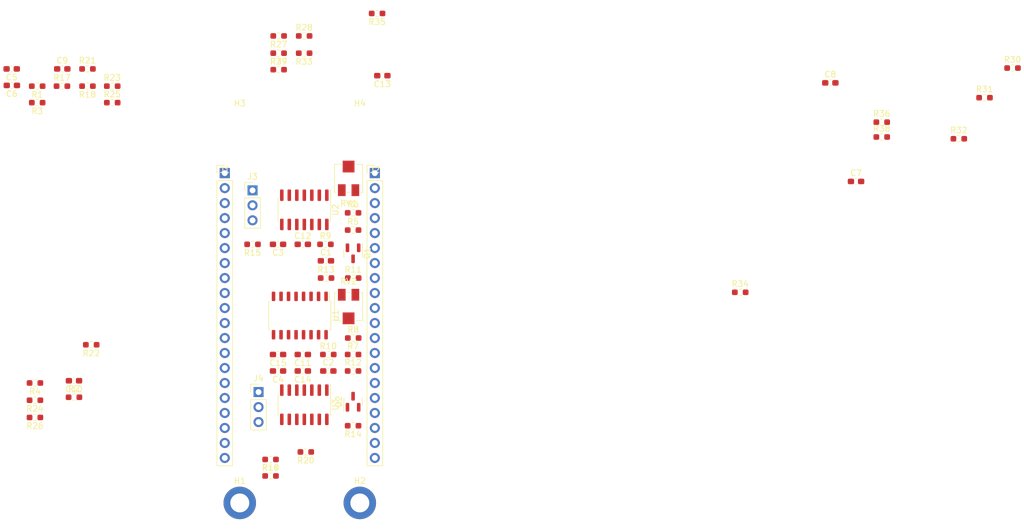
<source format=kicad_pcb>
(kicad_pcb (version 20211014) (generator pcbnew)
  (layers (0 "F.Cu" signal) (1 "In1.Cu" signal) (2 "In2.Cu" signal) (31 "B.Cu" signal) (34 "B.Paste" user) (35 "F.Paste" user) (36 "B.SilkS" user "B.Silkscreen") (37 "F.SilkS" user "F.Silkscreen") (38 "B.Mask" user) (39 "F.Mask" user) (44 "Edge.Cuts" user))
  (net 0 "")
  (net 1 "Net-(C1-Pad1)")
  (net 2 "Net-(C1-Pad2)")
  (net 3 "Net-(C2-Pad1)")
  (net 4 "Net-(C2-Pad2)")
  (net 5 "/Osc1_Integr_In")
  (net 6 "/Osc1_Integr_Out")
  (net 7 "/Osc2_Integr_In")
  (net 8 "/Osc2_Integr_Out")
  (net 9 "Net-(C5-Pad2)")
  (net 10 "Net-(C6-Pad2)")
  (net 11 "Net-(C7-Pad2)")
  (net 12 "Net-(C8-Pad2)")
  (net 13 "/+4.5V")
  (net 14 "/GND")
  (net 15 "/+9V")
  (net 16 "/Osc1_CV_Freq")
  (net 17 "/Osc1_CV_PWM")
  (net 18 "/Osc1_Tri_Out")
  (net 19 "/Osc1_Sq_Out")
  (net 20 "/Osc1_PWM_Out")
  (net 21 "/Osc2_CV_Freq")
  (net 22 "/Osc2_CV_PWM")
  (net 23 "/Osc2_Tri_Out")
  (net 24 "/Osc2_Sq_Out")
  (net 25 "/Osc2_PWM_Out")
  (net 26 "Net-(Q1-Pad1)")
  (net 27 "Net-(Q1-Pad3)")
  (net 28 "Net-(Q2-Pad1)")
  (net 29 "Net-(Q2-Pad3)")
  (net 30 "Net-(R1-Pad1)")
  (net 31 "/Osc1_FB")
  (net 32 "Net-(R2-Pad1)")
  (net 33 "/Osc2_FB")
  (net 34 "Net-(R6-Pad1)")
  (net 35 "Net-(R8-Pad1)")
  (net 36 "/Osc1_Iabc")
  (net 37 "/Osc2_Iabc")
  (net 38 "Net-(R17-Pad2)")
  (net 39 "Net-(R18-Pad2)")
  (net 40 "Net-(R19-Pad2)")
  (net 41 "Net-(R20-Pad2)")
  (net 42 "Net-(R27-Pad1)")
  (net 43 "Net-(R29-Pad2)")
  (net 44 "Net-(R30-Pad1)")
  (net 45 "Net-(R32-Pad2)")
  (net 46 "Net-(R35-Pad1)")
  (net 47 "Net-(R36-Pad1)")
  (footprint "Resistor_SMD:R_0603_1608Metric_Pad0.98x0.95mm_HandSolder" (layer "F.Cu") (at 108.077 116.459 180)
    (fp_text reference "R14" (at 0 -1.43) (layer "F.SilkS"))
    (fp_text value "680")
    (pad "1" smd roundrect (at -0.9125 0 180) (size 0.975 0.95) (layers "F.Cu" "F.Paste" "F.Mask") (net 4 "Net-(C2-Pad2)"))
    (pad "2" smd roundrect (at 0.9125 0 180) (size 0.975 0.95) (layers "F.Cu" "F.Paste" "F.Mask") (net 13 "/+4.5V"))
  )
  (footprint "Package_SO:SOIC-14_3.9x8.7mm_P1.27mm" (layer "F.Cu") (at 99.822 79.883 -90)
    (fp_text reference "U2" (at 0 -5.28 90) (layer "F.SilkS"))
    (fp_text value "TL074")
    (pad "1" smd roundrect (at -2.475 -3.81 270) (size 1.95 0.6) (layers "F.Cu" "F.Paste" "F.Mask") (net 46 "Net-(R35-Pad1)"))
    (pad "2" smd roundrect (at -2.475 -2.54 270) (size 1.95 0.6) (layers "F.Cu" "F.Paste" "F.Mask") (net 42 "Net-(R27-Pad1)"))
    (pad "3" smd roundrect (at -2.475 -1.27 270) (size 1.95 0.6) (layers "F.Cu" "F.Paste" "F.Mask") (net 43 "Net-(R29-Pad2)"))
    (pad "4" smd roundrect (at -2.475 0 270) (size 1.95 0.6) (layers "F.Cu" "F.Paste" "F.Mask") (net 15 "/+9V"))
    (pad "5" smd roundrect (at -2.475 1.27 270) (size 1.95 0.6) (layers "F.Cu" "F.Paste" "F.Mask") (net 39 "Net-(R18-Pad2)"))
    (pad "6" smd roundrect (at -2.475 2.54 270) (size 1.95 0.6) (layers "F.Cu" "F.Paste" "F.Mask") (net 38 "Net-(R17-Pad2)"))
    (pad "7" smd roundrect (at -2.475 3.81 270) (size 1.95 0.6) (layers "F.Cu" "F.Paste" "F.Mask") (net 31 "/Osc1_FB"))
    (pad "8" smd roundrect (at 2.475 3.81 270) (size 1.95 0.6) (layers "F.Cu" "F.Paste" "F.Mask") (net 6 "/Osc1_Integr_Out"))
    (pad "9" smd roundrect (at 2.475 2.54 270) (size 1.95 0.6) (layers "F.Cu" "F.Paste" "F.Mask") (net 5 "/Osc1_Integr_In"))
    (pad "10" smd roundrect (at 2.475 1.27 270) (size 1.95 0.6) (layers "F.Cu" "F.Paste" "F.Mask") (net 13 "/+4.5V"))
    (pad "11" smd roundrect (at 2.475 0 270) (size 1.95 0.6) (layers "F.Cu" "F.Paste" "F.Mask") (net 14 "/GND"))
    (pad "12" smd roundrect (at 2.475 -1.27 270) (size 1.95 0.6) (layers "F.Cu" "F.Paste" "F.Mask") (net 13 "/+4.5V"))
    (pad "13" smd roundrect (at 2.475 -2.54 270) (size 1.95 0.6) (layers "F.Cu" "F.Paste" "F.Mask") (net 1 "Net-(C1-Pad1)"))
    (pad "14" smd roundrect (at 2.475 -3.81 270) (size 1.95 0.6) (layers "F.Cu" "F.Paste" "F.Mask") (net 26 "Net-(Q1-Pad1)"))
  )
  (footprint "Capacitor_SMD:C_0603_1608Metric_Pad1.08x0.95mm_HandSolder" (layer "F.Cu") (at 95.377 85.725 180)
    (fp_text reference "C3" (at 0 -1.43) (layer "F.SilkS"))
    (fp_text value "22n")
    (pad "1" smd roundrect (at -0.8625 0 180) (size 1.075 0.95) (layers "F.Cu" "F.Paste" "F.Mask") (net 5 "/Osc1_Integr_In"))
    (pad "2" smd roundrect (at 0.8625 0 180) (size 1.075 0.95) (layers "F.Cu" "F.Paste" "F.Mask") (net 6 "/Osc1_Integr_Out"))
  )
  (footprint "Resistor_SMD:R_0603_1608Metric_Pad0.98x0.95mm_HandSolder" (layer "F.Cu") (at 95.4775 53.34 180)
    (fp_text reference "R37" (at 0 -1.43) (layer "F.SilkS"))
    (fp_text value "8.2k")
    (pad "1" smd roundrect (at -0.9125 0 180) (size 0.975 0.95) (layers "F.Cu" "F.Paste" "F.Mask") (net 13 "/+4.5V"))
    (pad "2" smd roundrect (at 0.9125 0 180) (size 0.975 0.95) (layers "F.Cu" "F.Paste" "F.Mask") (net 20 "/Osc1_PWM_Out"))
  )
  (footprint "Resistor_SMD:R_0603_1608Metric_Pad0.98x0.95mm_HandSolder" (layer "F.Cu") (at 58.801 58.928)
    (fp_text reference "R17" (at 0 -1.43) (layer "F.SilkS"))
    (fp_text value "100k")
    (pad "1" smd roundrect (at -0.9125 0) (size 0.975 0.95) (layers "F.Cu" "F.Paste" "F.Mask") (net 6 "/Osc1_Integr_Out"))
    (pad "2" smd roundrect (at 0.9125 0) (size 0.975 0.95) (layers "F.Cu" "F.Paste" "F.Mask") (net 38 "Net-(R17-Pad2)"))
  )
  (footprint "Capacitor_SMD:C_0603_1608Metric_Pad1.08x0.95mm_HandSolder" (layer "F.Cu") (at 99.568 85.725)
    (fp_text reference "C12" (at 0 -1.43) (layer "F.SilkS"))
    (fp_text value "100n")
    (pad "1" smd roundrect (at -0.8625 0) (size 1.075 0.95) (layers "F.Cu" "F.Paste" "F.Mask") (net 13 "/+4.5V"))
    (pad "2" smd roundrect (at 0.8625 0) (size 1.075 0.95) (layers "F.Cu" "F.Paste" "F.Mask") (net 14 "/GND"))
  )
  (footprint "Resistor_SMD:R_0603_1608Metric_Pad0.98x0.95mm_HandSolder" (layer "F.Cu") (at 103.505 91.44)
    (fp_text reference "R13" (at 0 -1.43) (layer "F.SilkS"))
    (fp_text value "680")
    (pad "1" smd roundrect (at -0.9125 0) (size 0.975 0.95) (layers "F.Cu" "F.Paste" "F.Mask") (net 2 "Net-(C1-Pad2)"))
    (pad "2" smd roundrect (at 0.9125 0) (size 0.975 0.95) (layers "F.Cu" "F.Paste" "F.Mask") (net 13 "/+4.5V"))
  )
  (footprint "Resistor_SMD:R_0603_1608Metric_Pad0.98x0.95mm_HandSolder" (layer "F.Cu") (at 63.754 102.743 180)
    (fp_text reference "R22" (at 0 -1.43) (layer "F.SilkS"))
    (fp_text value "100k")
    (pad "1" smd roundrect (at -0.9125 0 180) (size 0.975 0.95) (layers "F.Cu" "F.Paste" "F.Mask") (net 41 "Net-(R20-Pad2)"))
    (pad "2" smd roundrect (at 0.9125 0 180) (size 0.975 0.95) (layers "F.Cu" "F.Paste" "F.Mask") (net 33 "/Osc2_FB"))
  )
  (footprint "Capacitor_SMD:C_0603_1608Metric_Pad1.08x0.95mm_HandSolder" (layer "F.Cu") (at 95.377 107.188 180)
    (fp_text reference "C4" (at 0 -1.43) (layer "F.SilkS"))
    (fp_text value "22n")
    (pad "1" smd roundrect (at -0.8625 0 180) (size 1.075 0.95) (layers "F.Cu" "F.Paste" "F.Mask") (net 7 "/Osc2_Integr_In"))
    (pad "2" smd roundrect (at 0.8625 0 180) (size 1.075 0.95) (layers "F.Cu" "F.Paste" "F.Mask") (net 8 "/Osc2_Integr_Out"))
  )
  (footprint "MountingHole:MountingHole_3.2mm_M3" (layer "F.Cu") (at 88.9 66.04)
    (fp_text reference "H3" (at 0 -4.2) (layer "F.SilkS"))
    (fp_text value "1")
    (pad "" np_thru_hole circle (at 0 0) (size 3.2 3.2) (drill 3.2) (layers *.Cu *.Mask))
  )
  (footprint "MountingHole:MountingHole_3.2mm_M3_ISO14580_Pad" (layer "F.Cu") (at 109.22 129.54)
    (fp_text reference "H2" (at 0 -3.75) (layer "F.SilkS"))
    (fp_text value "GND")
    (pad "1" thru_hole circle (at 0 0) (size 5.5 5.5) (drill 3.2) (layers *.Cu *.Mask) (net 14 "/GND"))
  )
  (footprint "Resistor_SMD:R_0603_1608Metric_Pad0.98x0.95mm_HandSolder" (layer "F.Cu") (at 214.96 60.88)
    (fp_text reference "R31" (at 0 -1.43) (layer "F.SilkS"))
    (fp_text value "100k")
    (pad "1" smd roundrect (at -0.9125 0) (size 0.975 0.95) (layers "F.Cu" "F.Paste" "F.Mask") (net 44 "Net-(R30-Pad1)"))
    (pad "2" smd roundrect (at 0.9125 0) (size 0.975 0.95) (layers "F.Cu" "F.Paste" "F.Mask") (net 13 "/+4.5V"))
  )
  (footprint "Resistor_SMD:R_0603_1608Metric_Pad0.98x0.95mm_HandSolder" (layer "F.Cu") (at 99.7955 53.34 180)
    (fp_text reference "R33" (at 0 -1.43) (layer "F.SilkS"))
    (fp_text value "100k")
    (pad "1" smd roundrect (at -0.9125 0 180) (size 0.975 0.95) (layers "F.Cu" "F.Paste" "F.Mask") (net 13 "/+4.5V"))
    (pad "2" smd roundrect (at 0.9125 0 180) (size 0.975 0.95) (layers "F.Cu" "F.Paste" "F.Mask") (net 43 "Net-(R29-Pad2)"))
  )
  (footprint "Resistor_SMD:R_0603_1608Metric_Pad0.98x0.95mm_HandSolder" (layer "F.Cu") (at 63.119 56.007)
    (fp_text reference "R21" (at 0 -1.43) (layer "F.SilkS"))
    (fp_text value "100k")
    (pad "1" smd roundrect (at -0.9125 0) (size 0.975 0.95) (layers "F.Cu" "F.Paste" "F.Mask") (net 39 "Net-(R18-Pad2)"))
    (pad "2" smd roundrect (at 0.9125 0) (size 0.975 0.95) (layers "F.Cu" "F.Paste" "F.Mask") (net 31 "/Osc1_FB"))
  )
  (footprint "Resistor_SMD:R_0603_1608Metric_Pad0.98x0.95mm_HandSolder" (layer "F.Cu") (at 54.229 115.062 180)
    (fp_text reference "R26" (at 0 -1.43) (layer "F.SilkS"))
    (fp_text value "8.2k")
    (pad "1" smd roundrect (at -0.9125 0 180) (size 0.975 0.95) (layers "F.Cu" "F.Paste" "F.Mask") (net 13 "/+4.5V"))
    (pad "2" smd roundrect (at 0.9125 0 180) (size 0.975 0.95) (layers "F.Cu" "F.Paste" "F.Mask") (net 24 "/Osc2_Sq_Out"))
  )
  (footprint "Package_SO:SOIC-14_3.9x8.7mm_P1.27mm" (layer "F.Cu") (at 99.822 112.903 -90)
    (fp_text reference "U3" (at 0 -5.28 90) (layer "F.SilkS"))
    (fp_text value "TL074")
    (pad "1" smd roundrect (at -2.475 -3.81 270) (size 1.95 0.6) (layers "F.Cu" "F.Paste" "F.Mask") (net 28 "Net-(Q2-Pad1)"))
    (pad "2" smd roundrect (at -2.475 -2.54 270) (size 1.95 0.6) (layers "F.Cu" "F.Paste" "F.Mask") (net 3 "Net-(C2-Pad1)"))
    (pad "3" smd roundrect (at -2.475 -1.27 270) (size 1.95 0.6) (layers "F.Cu" "F.Paste" "F.Mask") (net 13 "/+4.5V"))
    (pad "4" smd roundrect (at -2.475 0 270) (size 1.95 0.6) (layers "F.Cu" "F.Paste" "F.Mask") (net 15 "/+9V"))
    (pad "5" smd roundrect (at -2.475 1.27 270) (size 1.95 0.6) (layers "F.Cu" "F.Paste" "F.Mask") (net 13 "/+4.5V"))
    (pad "6" smd roundrect (at -2.475 2.54 270) (size 1.95 0.6) (layers "F.Cu" "F.Paste" "F.Mask") (net 7 "/Osc2_Integr_In"))
    (pad "7" smd roundrect (at -2.475 3.81 270) (size 1.95 0.6) (layers "F.Cu" "F.Paste" "F.Mask") (net 8 "/Osc2_Integr_Out"))
    (pad "8" smd roundrect (at 2.475 3.81 270) (size 1.95 0.6) (layers "F.Cu" "F.Paste" "F.Mask") (net 47 "Net-(R36-Pad1)"))
    (pad "9" smd roundrect (at 2.475 2.54 270) (size 1.95 0.6) (layers "F.Cu" "F.Paste" "F.Mask") (net 44 "Net-(R30-Pad1)"))
    (pad "10" smd roundrect (at 2.475 1.27 270) (size 1.95 0.6) (layers "F.Cu" "F.Paste" "F.Mask") (net 45 "Net-(R32-Pad2)"))
    (pad "11" smd roundrect (at 2.475 0 270) (size 1.95 0.6) (layers "F.Cu" "F.Paste" "F.Mask") (net 14 "/GND"))
    (pad "12" smd roundrect (at 2.475 -1.27 270) (size 1.95 0.6) (layers "F.Cu" "F.Paste" "F.Mask") (net 41 "Net-(R20-Pad2)"))
    (pad "13" smd roundrect (at 2.475 -2.54 270) (size 1.95 0.6) (layers "F.Cu" "F.Paste" "F.Mask") (net 40 "Net-(R19-Pad2)"))
    (pad "14" smd roundrect (at 2.475 -3.81 270) (size 1.95 0.6) (layers "F.Cu" "F.Paste" "F.Mask") (net 33 "/Osc2_FB"))
  )
  (footprint "Resistor_SMD:R_0603_1608Metric_Pad0.98x0.95mm_HandSolder" (layer "F.Cu") (at 67.31 61.722)
    (fp_text reference "R25" (at 0 -1.43) (layer "F.SilkS"))
    (fp_text value "8.2k")
    (pad "1" smd roundrect (at -0.9125 0) (size 0.975 0.95) (layers "F.Cu" "F.Paste" "F.Mask") (net 13 "/+4.5V"))
    (pad "2" smd roundrect (at 0.9125 0) (size 0.975 0.95) (layers "F.Cu" "F.Paste" "F.Mask") (net 19 "/Osc1_Sq_Out"))
  )
  (footprint "Package_TO_SOT_SMD:SOT-23" (layer "F.Cu") (at 108.077 112.395 90)
    (fp_text reference "Q2" (at 0 -2.4 90) (layer "F.SilkS"))
    (fp_text value "MMBT3906")
    (pad "1" smd roundrect (at -0.9375 -0.95 90) (size 1.475 0.6) (layers "F.Cu" "F.Paste" "F.Mask") (net 28 "Net-(Q2-Pad1)"))
    (pad "2" smd roundrect (at -0.9375 0.95 90) (size 1.475 0.6) (layers "F.Cu" "F.Paste" "F.Mask") (net 4 "Net-(C2-Pad2)"))
    (pad "3" smd roundrect (at 0.9375 0 90) (size 1.475 0.6) (layers "F.Cu" "F.Paste" "F.Mask") (net 29 "Net-(Q2-Pad3)"))
  )
  (footprint "Capacitor_SMD:C_0603_1608Metric_Pad1.08x0.95mm_HandSolder" (layer "F.Cu") (at 103.4785 88.519)
    (fp_text reference "C1" (at 0 -1.43) (layer "F.SilkS"))
    (fp_text value "100p")
    (pad "1" smd roundrect (at -0.8625 0) (size 1.075 0.95) (layers "F.Cu" "F.Paste" "F.Mask") (net 1 "Net-(C1-Pad1)"))
    (pad "2" smd roundrect (at 0.8625 0) (size 1.075 0.95) (layers "F.Cu" "F.Paste" "F.Mask") (net 2 "Net-(C1-Pad2)"))
  )
  (footprint "Resistor_SMD:R_0603_1608Metric_Pad0.98x0.95mm_HandSolder" (layer "F.Cu") (at 94.107 122.174 180)
    (fp_text reference "R19" (at 0 -1.43) (layer "F.SilkS"))
    (fp_text value "100k")
    (pad "1" smd roundrect (at -0.9125 0 180) (size 0.975 0.95) (layers "F.Cu" "F.Paste" "F.Mask") (net 8 "/Osc2_Integr_Out"))
    (pad "2" smd roundrect (at 0.9125 0 180) (size 0.975 0.95) (layers "F.Cu" "F.Paste" "F.Mask") (net 40 "Net-(R19-Pad2)"))
  )
  (footprint "Package_TO_SOT_SMD:SOT-23" (layer "F.Cu") (at 108.077 87.249 -90)
    (fp_text reference "Q1" (at 0 -2.4 90) (layer "F.SilkS"))
    (fp_text value "MMBT3906")
    (pad "1" smd roundrect (at -0.9375 -0.95 270) (size 1.475 0.6) (layers "F.Cu" "F.Paste" "F.Mask") (net 26 "Net-(Q1-Pad1)"))
    (pad "2" smd roundrect (at -0.9375 0.95 270) (size 1.475 0.6) (layers "F.Cu" "F.Paste" "F.Mask") (net 2 "Net-(C1-Pad2)"))
    (pad "3" smd roundrect (at 0.9375 0 270) (size 1.475 0.6) (layers "F.Cu" "F.Paste" "F.Mask") (net 27 "Net-(Q1-Pad3)"))
  )
  (footprint "Resistor_SMD:R_0603_1608Metric_Pad0.98x0.95mm_HandSolder" (layer "F.Cu") (at 63.119 58.928 180)
    (fp_text reference "R18" (at 0 -1.43) (layer "F.SilkS"))
    (fp_text value "100k")
    (pad "1" smd roundrect (at -0.9125 0 180) (size 0.975 0.95) (layers "F.Cu" "F.Paste" "F.Mask") (net 13 "/+4.5V"))
    (pad "2" smd roundrect (at 0.9125 0 180) (size 0.975 0.95) (layers "F.Cu" "F.Paste" "F.Mask") (net 39 "Net-(R18-Pad2)"))
  )
  (footprint "Capacitor_SMD:C_0603_1608Metric_Pad1.08x0.95mm_HandSolder" (layer "F.Cu") (at 95.377 104.394 180)
    (fp_text reference "C15" (at 0 -1.43) (layer "F.SilkS"))
    (fp_text value "100n")
    (pad "1" smd roundrect (at -0.8625 0 180) (size 1.075 0.95) (layers "F.Cu" "F.Paste" "F.Mask") (net 15 "/+9V"))
    (pad "2" smd roundrect (at 0.8625 0 180) (size 1.075 0.95) (layers "F.Cu" "F.Paste" "F.Mask") (net 14 "/GND"))
  )
  (footprint "Resistor_SMD:R_0603_1608Metric_Pad0.98x0.95mm_HandSolder" (layer "F.Cu") (at 197.56 65.03)
    (fp_text reference "R36" (at 0 -1.43) (layer "F.SilkS"))
    (fp_text value "10k")
    (pad "1" smd roundrect (at -0.9125 0) (size 0.975 0.95) (layers "F.Cu" "F.Paste" "F.Mask") (net 47 "Net-(R36-Pad1)"))
    (pad "2" smd roundrect (at 0.9125 0) (size 0.975 0.95) (layers "F.Cu" "F.Paste" "F.Mask") (net 25 "/Osc2_PWM_Out"))
  )
  (footprint "Capacitor_SMD:C_0603_1608Metric_Pad1.08x0.95mm_HandSolder" (layer "F.Cu") (at 58.854 56.007)
    (fp_text reference "C9" (at 0 -1.43) (layer "F.SilkS"))
    (fp_text value "100n")
    (pad "1" smd roundrect (at -0.8625 0) (size 1.075 0.95) (layers "F.Cu" "F.Paste" "F.Mask") (net 13 "/+4.5V"))
    (pad "2" smd roundrect (at 0.8625 0) (size 1.075 0.95) (layers "F.Cu" "F.Paste" "F.Mask") (net 14 "/GND"))
  )
  (footprint "Resistor_SMD:R_0603_1608Metric_Pad0.98x0.95mm_HandSolder" (layer "F.Cu") (at 60.833 111.633)
    (fp_text reference "R2" (at 0 -1.43) (layer "F.SilkS"))
    (fp_text value "100k")
    (pad "1" smd roundrect (at -0.9125 0) (size 0.975 0.95) (layers "F.Cu" "F.Paste" "F.Mask") (net 32 "Net-(R2-Pad1)"))
    (pad "2" smd roundrect (at 0.9125 0) (size 0.975 0.95) (layers "F.Cu" "F.Paste" "F.Mask") (net 33 "/Osc2_FB"))
  )
  (footprint "Capacitor_SMD:C_0603_1608Metric_Pad1.08x0.95mm_HandSolder" (layer "F.Cu") (at 113.03 57.15 180)
    (fp_text reference "C13" (at 0 -1.43) (layer "F.SilkS"))
    (fp_text value "100n")
    (pad "1" smd roundrect (at -0.8625 0 180) (size 1.075 0.95) (layers "F.Cu" "F.Paste" "F.Mask") (net 15 "/+9V"))
    (pad "2" smd roundrect (at 0.8625 0 180) (size 1.075 0.95) (layers "F.Cu" "F.Paste" "F.Mask") (net 14 "/GND"))
  )
  (footprint "Resistor_SMD:R_0603_1608Metric_Pad0.98x0.95mm_HandSolder" (layer "F.Cu") (at 108.077 80.391)
    (fp_text reference "R6" (at 0 -1.43) (layer "F.SilkS"))
    (fp_text value "100k")
    (pad "1" smd roundrect (at -0.9125 0) (size 0.975 0.95) (layers "F.Cu" "F.Paste" "F.Mask") (net 34 "Net-(R6-Pad1)"))
    (pad "2" smd roundrect (at 0.9125 0) (size 0.975 0.95) (layers "F.Cu" "F.Paste" "F.Mask") (net 1 "Net-(C1-Pad1)"))
  )
  (footprint "Resistor_SMD:R_0603_1608Metric_Pad0.98x0.95mm_HandSolder" (layer "F.Cu") (at 103.4015 85.725)
    (fp_text reference "R9" (at 0 -1.43) (layer "F.SilkS"))
    (fp_text value "100k")
    (pad "1" smd roundrect (at -0.9125 0) (size 0.975 0.95) (layers "F.Cu" "F.Paste" "F.Mask") (net 1 "Net-(C1-Pad1)"))
    (pad "2" smd roundrect (at 0.9125 0) (size 0.975 0.95) (layers "F.Cu" "F.Paste" "F.Mask") (net 2 "Net-(C1-Pad2)"))
  )
  (footprint "Resistor_SMD:R_0603_1608Metric_Pad0.98x0.95mm_HandSolder" (layer "F.Cu") (at 54.61 58.928 180)
    (fp_text reference "R1" (at 0 -1.43) (layer "F.SilkS"))
    (fp_text value "100k")
    (pad "1" smd roundrect (at -0.9125 0 180) (size 0.975 0.95) (layers "F.Cu" "F.Paste" "F.Mask") (net 30 "Net-(R1-Pad1)"))
    (pad "2" smd roundrect (at 0.9125 0 180) (size 0.975 0.95) (layers "F.Cu" "F.Paste" "F.Mask") (net 31 "/Osc1_FB"))
  )
  (footprint "Capacitor_SMD:C_0603_1608Metric_Pad1.08x0.95mm_HandSolder" (layer "F.Cu") (at 60.833 108.839 180)
    (fp_text reference "C10" (at 0 -1.43) (layer "F.SilkS"))
    (fp_text value "100n")
    (pad "1" smd roundrect (at -0.8625 0 180) (size 1.075 0.95) (layers "F.Cu" "F.Paste" "F.Mask") (net 13 "/+4.5V"))
    (pad "2" smd roundrect (at 0.8625 0 180) (size 1.075 0.95) (layers "F.Cu" "F.Paste" "F.Mask") (net 14 "/GND"))
  )
  (footprint "Resistor_SMD:R_0603_1608Metric_Pad0.98x0.95mm_HandSolder" (layer "F.Cu") (at 95.4775 56.134)
    (fp_text reference "R29" (at 0 -1.43) (layer "F.SilkS"))
    (fp_text value "10k")
    (pad "1" smd roundrect (at -0.9125 0) (size 0.975 0.95) (layers "F.Cu" "F.Paste" "F.Mask") (net 6 "/Osc1_Integr_Out"))
    (pad "2" smd roundrect (at 0.9125 0) (size 0.975 0.95) (layers "F.Cu" "F.Paste" "F.Mask") (net 43 "Net-(R29-Pad2)"))
  )
  (footprint "Connector_PinHeader_2.54mm:PinHeader_1x20_P2.54mm_Vertical" (layer "F.Cu") (at 86.36 73.66)
    (fp_text reference "J1" (at 0 -0.552) (layer "F.SilkS"))
    (fp_text value "01x20")
    (pad "1" thru_hole rect locked (at 0 0) (size 1.7 1.7) (drill 1) (layers *.Cu *.Mask) (net 15 "/+9V"))
    (pad "2" thru_hole oval locked (at 0 2.54) (size 1.7 1.7) (drill 1) (layers *.Cu *.Mask) (net 14 "/GND"))
    (pad "3" thru_hole oval locked (at 0 5.08) (size 1.7 1.7) (drill 1) (layers *.Cu *.Mask) (net 13 "/+4.5V"))
    (pad "4" thru_hole oval locked (at 0 7.62) (size 1.7 1.7) (drill 1) (layers *.Cu *.Mask) (net 14 "/GND"))
    (pad "5" thru_hole oval locked (at 0 10.16) (size 1.7 1.7) (drill 1) (layers *.Cu *.Mask) (net 16 "/Osc1_CV_Freq"))
    (pad "6" thru_hole oval locked (at 0 12.7) (size 1.7 1.7) (drill 1) (layers *.Cu *.Mask) (net 17 "/Osc1_CV_PWM"))
    (pad "7" thru_hole oval locked (at 0 15.24) (size 1.7 1.7) (drill 1) (layers *.Cu *.Mask) (net 14 "/GND"))
    (pad "8" thru_hole oval locked (at 0 17.78) (size 1.7 1.7) (drill 1) (layers *.Cu *.Mask) (net 18 "/Osc1_Tri_Out"))
    (pad "9" thru_hole oval locked (at 0 20.32) (size 1.7 1.7) (drill 1) (layers *.Cu *.Mask) (net 19 "/Osc1_Sq_Out"))
    (pad "10" thru_hole oval locked (at 0 22.86) (size 1.7 1.7) (drill 1) (layers *.Cu *.Mask) (net 14 "/GND"))
    (pad "11" thru_hole oval locked (at 0 25.4) (size 1.7 1.7) (drill 1) (layers *.Cu *.Mask) (net 20 "/Osc1_PWM_Out"))
    (pad "12" thru_hole oval locked (at 0 27.94) (size 1.7 1.7) (drill 1) (layers *.Cu *.Mask) (net 14 "/GND"))
    (pad "13" thru_hole oval locked (at 0 30.48) (size 1.7 1.7) (drill 1) (layers *.Cu *.Mask) (net 21 "/Osc2_CV_Freq"))
    (pad "14" thru_hole oval locked (at 0 33.02) (size 1.7 1.7) (drill 1) (layers *.Cu *.Mask) (net 22 "/Osc2_CV_PWM"))
    (pad "15" thru_hole oval locked (at 0 35.56) (size 1.7 1.7) (drill 1) (layers *.Cu *.Mask) (net 14 "/GND"))
    (pad "16" thru_hole oval locked (at 0 38.1) (size 1.7 1.7) (drill 1) (layers *.Cu *.Mask) (net 23 "/Osc2_Tri_Out"))
    (pad "17" thru_hole oval locked (at 0 40.64) (size 1.7 1.7) (drill 1) (layers *.Cu *.Mask) (net 24 "/Osc2_Sq_Out"))
    (pad "18" thru_hole oval locked (at 0 43.18) (size 1.7 1.7) (drill 1) (layers *.Cu *.Mask) (net 14 "/GND"))
    (pad "19" thru_hole oval locked (at 0 45.72) (size 1.7 1.7) (drill 1) (layers *.Cu *.Mask) (net 25 "/Osc2_PWM_Out"))
    (pad "20" thru_hole oval locked (at 0 48.26) (size 1.7 1.7) (drill 1) (layers *.Cu *.Mask) (net 14 "/GND"))
  )
  (footprint "Connector_PinHeader_2.54mm:PinHeader_1x03_P2.54mm_Vertical" (layer "F.Cu") (at 91.059 76.581)
    (fp_text reference "J3" (at 0 -2.33) (layer "F.SilkS"))
    (fp_text value "Conn_01x03_Female")
    (pad "1" thru_hole rect (at 0 0) (size 1.7 1.7) (drill 1) (layers *.Cu *.Mask) (net 5 "/Osc1_Integr_In"))
    (pad "2" thru_hole oval (at 0 2.54) (size 1.7 1.7) (drill 1) (layers *.Cu *.Mask) (net 13 "/+4.5V"))
    (pad "3" thru_hole oval (at 0 5.08) (size 1.7 1.7) (drill 1) (layers *.Cu *.Mask) (net 6 "/Osc1_Integr_Out"))
  )
  (footprint "Resistor_SMD:R_0603_1608Metric_Pad0.98x0.95mm_HandSolder" (layer "F.Cu") (at 108.077 107.188)
    (fp_text reference "R12" (at 0 -1.43) (layer "F.SilkS"))
    (fp_text value "1k")
    (pad "1" smd roundrect (at -0.9125 0) (size 0.975 0.95) (layers "F.Cu" "F.Paste" "F.Mask") (net 37 "/Osc2_Iabc"))
    (pad "2" smd roundrect (at 0.9125 0) (size 0.975 0.95) (layers "F.Cu" "F.Paste" "F.Mask") (net 29 "Net-(Q2-Pad3)"))
  )
  (footprint "Connector_PinHeader_2.54mm:PinHeader_1x03_P2.54mm_Vertical" (layer "F.Cu") (at 92.075 110.759)
    (fp_text reference "J4" (at 0 -2.33) (layer "F.SilkS"))
    (fp_text value "Conn_01x03_Female")
    (pad "1" thru_hole rect (at 0 0) (size 1.7 1.7) (drill 1) (layers *.Cu *.Mask) (net 7 "/Osc2_Integr_In"))
    (pad "2" thru_hole oval (at 0 2.54) (size 1.7 1.7) (drill 1) (layers *.Cu *.Mask) (net 13 "/+4.5V"))
    (pad "3" thru_hole oval (at 0 5.08) (size 1.7 1.7) (drill 1) (layers *.Cu *.Mask) (net 8 "/Osc2_Integr_Out"))
  )
  (footprint "Resistor_SMD:R_0603_1608Metric_Pad0.98x0.95mm_HandSolder" (layer "F.Cu") (at 108.1005 91.44)
    (fp_text reference "R11" (at 0 -1.43) (layer "F.SilkS"))
    (fp_text value "1k")
    (pad "1" smd roundrect (at -0.9125 0) (size 0.975 0.95) (layers "F.Cu" "F.Paste" "F.Mask") (net 36 "/Osc1_Iabc"))
    (pad "2" smd roundrect (at 0.9125 0) (size 0.975 0.95) (layers "F.Cu" "F.Paste" "F.Mask") (net 27 "Net-(Q1-Pad3)"))
  )
  (footprint "Resistor_SMD:R_0603_1608Metric_Pad0.98x0.95mm_HandSolder" (layer "F.Cu") (at 108.077 83.312)
    (fp_text reference "R5" (at 0 -1.43) (layer "F.SilkS"))
    (fp_text value "100k")
    (pad "1" smd roundrect (at -0.9125 0) (size 0.975 0.95) (layers "F.Cu" "F.Paste" "F.Mask") (net 16 "/Osc1_CV_Freq"))
    (pad "2" smd roundrect (at 0.9125 0) (size 0.975 0.95) (layers "F.Cu" "F.Paste" "F.Mask") (net 1 "Net-(C1-Pad1)"))
  )
  (footprint "Resistor_SMD:R_0603_1608Metric_Pad0.98x0.95mm_HandSolder" (layer "F.Cu") (at 67.31 58.928)
    (fp_text reference "R23" (at 0 -1.43) (layer "F.SilkS"))
    (fp_text value "10k")
    (pad "1" smd roundrect (at -0.9125 0) (size 0.975 0.95) (layers "F.Cu" "F.Paste" "F.Mask") (net 31 "/Osc1_FB"))
    (pad "2" smd roundrect (at 0.9125 0) (size 0.975 0.95) (layers "F.Cu" "F.Paste" "F.Mask") (net 19 "/Osc1_Sq_Out"))
  )
  (footprint "Resistor_SMD:R_0603_1608Metric_Pad0.98x0.95mm_HandSolder" (layer "F.Cu") (at 197.56 67.54)
    (fp_text reference "R38" (at 0 -1.43) (layer "F.SilkS"))
    (fp_text value "8.2k")
    (pad "1" smd roundrect (at -0.9125 0) (size 0.975 0.95) (layers "F.Cu" "F.Paste" "F.Mask") (net 13 "/+4.5V"))
    (pad "2" smd roundrect (at 0.9125 0) (size 0.975 0.95) (layers "F.Cu" "F.Paste" "F.Mask") (net 25 "/Osc2_PWM_Out"))
  )
  (footprint "Resistor_SMD:R_0603_1608Metric_Pad0.98x0.95mm_HandSolder" (layer "F.Cu") (at 108.077 104.394)
    (fp_text reference "R7" (at 0 -1.43) (layer "F.SilkS"))
    (fp_text value "100k")
    (pad "1" smd roundrect (at -0.9125 0) (size 0.975 0.95) (layers "F.Cu" "F.Paste" "F.Mask") (net 21 "/Osc2_CV_Freq"))
    (pad "2" smd roundrect (at 0.9125 0) (size 0.975 0.95) (layers "F.Cu" "F.Paste" "F.Mask") (net 3 "Net-(C2-Pad1)"))
  )
  (footprint "Connector_PinHeader_2.54mm:PinHeader_1x20_P2.54mm_Vertical" (layer "F.Cu") (at 111.76 73.66)
    (fp_text reference "J2" (at 0 -0.552) (layer "F.SilkS"))
    (fp_text value "01x20")
    (pad "1" thru_hole rect locked (at 0 0) (size 1.7 1.7) (drill 1) (layers *.Cu *.Mask) (net 15 "/+9V"))
    (pad "2" thru_hole oval locked (at 0 2.54) (size 1.7 1.7) (drill 1) (layers *.Cu *.Mask) (net 14 "/GND"))
    (pad "3" thru_hole oval locked (at 0 5.08) (size 1.7 1.7) (drill 1) (layers *.Cu *.Mask) (net 13 "/+4.5V"))
    (pad "4" thru_hole oval locked (at 0 7.62) (size 1.7 1.7) (drill 1) (layers *.Cu *.Mask) (net 14 "/GND"))
    (pad "5" thru_hole oval locked (at 0 10.16) (size 1.7 1.7) (drill 1) (layers *.Cu *.Mask) (net 16 "/Osc1_CV_Freq"))
    (pad "6" thru_hole oval locked (at 0 12.7) (size 1.7 1.7) (drill 1) (layers *.Cu *.Mask) (net 17 "/Osc1_CV_PWM"))
    (pad "7" thru_hole oval locked (at 0 15.24) (size 1.7 1.7) (drill 1) (layers *.Cu *.Mask) (net 14 "/GND"))
    (pad "8" thru_hole oval locked (at 0 17.78) (size 1.7 1.7) (drill 1) (layers *.Cu *.Mask) (net 18 "/Osc1_Tri_Out"))
    (pad "9" thru_hole oval locked (at 0 20.32) (size 1.7 1.7) (drill 1) (layers *.Cu *.Mask) (net 19 "/Osc1_Sq_Out"))
    (pad "10" thru_hole oval locked (at 0 22.86) (size 1.7 1.7) (drill 1) (layers *.Cu *.Mask) (net 14 "/GND"))
    (pad "11" thru_hole oval locked (at 0 25.4) (size 1.7 1.7) (drill 1) (layers *.Cu *.Mask) (net 20 "/Osc1_PWM_Out"))
    (pad "12" thru_hole oval locked (at 0 27.94) (size 1.7 1.7) (drill 1) (layers *.Cu *.Mask) (net 14 "/GND"))
    (pad "13" thru_hole oval locked (at 0 30.48) (size 1.7 1.7) (drill 1) (layers *.Cu *.Mask) (net 21 "/Osc2_CV_Freq"))
    (pad "14" thru_hole oval locked (at 0 33.02) (size 1.7 1.7) (drill 1) (layers *.Cu *.Mask) (net 22 "/Osc2_CV_PWM"))
    (pad "15" thru_hole oval locked (at 0 35.56) (size 1.7 1.7) (drill 1) (layers *.Cu *.Mask) (net 14 "/GND"))
    (pad "16" thru_hole oval locked (at 0 38.1) (size 1.7 1.7) (drill 1) (layers *.Cu *.Mask) (net 23 "/Osc2_Tri_Out"))
    (pad "17" thru_hole oval locked (at 0 40.64) (size 1.7 1.7) (drill 1) (layers *.Cu *.Mask) (net 24 "/Osc2_Sq_Out"))
    (pad "18" thru_hole oval locked (at 0 43.18) (size 1.7 1.7) (drill 1) (layers *.Cu *.Mask) (net 14 "/GND"))
    (pad "19" thru_hole oval locked (at 0 45.72) (size 1.7 1.7) (drill 1) (layers *.Cu *.Mask) (net 25 "/Osc2_PWM_Out"))
    (pad "20" thru_hole oval locked (at 0 48.26) (size 1.7 1.7) (drill 1) (layers *.Cu *.Mask) (net 14 "/GND"))
  )
  (footprint "Capacitor_SMD:C_0603_1608Metric_Pad1.08x0.95mm_HandSolder" (layer "F.Cu") (at 99.568 107.188 180)
    (fp_text reference "C14" (at 0 -1.43) (layer "F.SilkS"))
    (fp_text value "100n")
    (pad "1" smd roundrect (at -0.8625 0 180) (size 1.075 0.95) (layers "F.Cu" "F.Paste" "F.Mask") (net 15 "/+9V"))
    (pad "2" smd roundrect (at 0.8625 0 180) (size 1.075 0.95) (layers "F.Cu" "F.Paste" "F.Mask") (net 14 "/GND"))
  )
  (footprint "Resistor_SMD:R_0603_1608Metric_Pad0.98x0.95mm_HandSolder" (layer "F.Cu") (at 219.7 55.86)
    (fp_text reference "R30" (at 0 -1.43) (layer "F.SilkS"))
    (fp_text value "270k")
    (pad "1" smd roundrect (at -0.9125 0) (size 0.975 0.95) (layers "F.Cu" "F.Paste" "F.Mask") (net 44 "Net-(R30-Pad1)"))
    (pad "2" smd roundrect (at 0.9125 0) (size 0.975 0.95) (layers "F.Cu" "F.Paste" "F.Mask") (net 22 "/Osc2_CV_PWM"))
  )
  (footprint "Resistor_SMD:R_0603_1608Metric_Pad0.98x0.95mm_HandSolder" (layer "F.Cu") (at 108.1005 101.6)
    (fp_text reference "R8" (at 0 -1.43) (layer "F.SilkS"))
    (fp_text value "100k")
    (pad "1" smd roundrect (at -0.9125 0) (size 0.975 0.95) (layers "F.Cu" "F.Paste" "F.Mask") (net 35 "Net-(R8-Pad1)"))
    (pad "2" smd roundrect (at 0.9125 0) (size 0.975 0.95) (layers "F.Cu" "F.Paste" "F.Mask") (net 3 "Net-(C2-Pad1)"))
  )
  (footprint "Resistor_SMD:R_0603_1608Metric_Pad0.98x0.95mm_HandSolder" (layer "F.Cu") (at 100.076 120.904 180)
    (fp_text reference "R20" (at 0 -1.43) (layer "F.SilkS"))
    (fp_text value "100k")
    (pad "1" smd roundrect (at -0.9125 0 180) (size 0.975 0.95) (layers "F.Cu" "F.Paste" "F.Mask") (net 13 "/+4.5V"))
    (pad "2" smd roundrect (at 0.9125 0 180) (size 0.975 0.95) (layers "F.Cu" "F.Paste" "F.Mask") (net 41 "Net-(R20-Pad2)"))
  )
  (footprint "MountingHole:MountingHole_3.2mm_M3" (layer "F.Cu") (at 109.22 66.04)
    (fp_text reference "H4" (at 0 -4.2) (layer "F.SilkS"))
    (fp_text value "2")
    (pad "" np_thru_hole circle (at 0 0) (size 3.2 3.2) (drill 3.2) (layers *.Cu *.Mask))
  )
  (footprint "Resistor_SMD:R_0603_1608Metric_Pad0.98x0.95mm_HandSolder" (layer "F.Cu") (at 54.229 109.22 180)
    (fp_text reference "R4" (at 0 -1.43) (layer "F.SilkS"))
    (fp_text value "330")
    (pad "1" smd roundrect (at -0.9125 0 180) (size 0.975 0.95) (layers "F.Cu" "F.Paste" "F.Mask") (net 32 "Net-(R2-Pad1)"))
    (pad "2" smd roundrect (at 0.9125 0 180) (size 0.975 0.95) (layers "F.Cu" "F.Paste" "F.Mask") (net 13 "/+4.5V"))
  )
  (footprint "Resistor_SMD:R_0603_1608Metric_Pad0.98x0.95mm_HandSolder" (layer "F.Cu") (at 103.886 104.394)
    (fp_text reference "R10" (at 0 -1.43) (layer "F.SilkS"))
    (fp_text value "100k")
    (pad "1" smd roundrect (at -0.9125 0) (size 0.975 0.95) (layers "F.Cu" "F.Paste" "F.Mask") (net 3 "Net-(C2-Pad1)"))
    (pad "2" smd roundrect (at 0.9125 0) (size 0.975 0.95) (layers "F.Cu" "F.Paste" "F.Mask") (net 4 "Net-(C2-Pad2)"))
  )
  (footprint "Resistor_SMD:R_0603_1608Metric_Pad0.98x0.95mm_HandSolder" (layer "F.Cu") (at 99.7955 50.419)
    (fp_text reference "R28" (at 0 -1.43) (layer "F.SilkS"))
    (fp_text value "100k")
    (pad "1" smd roundrect (at -0.9125 0) (size 0.975 0.95) (layers "F.Cu" "F.Paste" "F.Mask") (net 42 "Net-(R27-Pad1)"))
    (pad "2" smd roundrect (at 0.9125 0) (size 0.975 0.95) (layers "F.Cu" "F.Paste" "F.Mask") (net 13 "/+4.5V"))
  )
  (footprint "Resistor_SMD:R_0603_1608Metric_Pad0.98x0.95mm_HandSolder" (layer "F.Cu") (at 95.4775 50.419 180)
    (fp_text reference "R27" (at 0 -1.43) (layer "F.SilkS"))
    (fp_text value "270k")
    (pad "1" smd roundrect (at -0.9125 0 180) (size 0.975 0.95) (layers "F.Cu" "F.Paste" "F.Mask") (net 42 "Net-(R27-Pad1)"))
    (pad "2" smd roundrect (at 0.9125 0 180) (size 0.975 0.95) (layers "F.Cu" "F.Paste" "F.Mask") (net 17 "/Osc1_CV_PWM"))
  )
  (footprint "Capacitor_SMD:C_0603_1608Metric_Pad1.08x0.95mm_HandSolder" (layer "F.Cu") (at 193.21 75.07)
    (fp_text reference "C7" (at 0 -1.43) (layer "F.SilkS"))
    (fp_text value "1u")
    (pad "1" smd roundrect (at -0.8625 0) (size 1.075 0.95) (layers "F.Cu" "F.Paste" "F.Mask") (net 8 "/Osc2_Integr_Out"))
    (pad "2" smd roundrect (at 0.8625 0) (size 1.075 0.95) (layers "F.Cu" "F.Paste" "F.Mask") (net 11 "Net-(C7-Pad2)"))
  )
  (footprint "Resistor_SMD:R_0603_1608Metric_Pad0.98x0.95mm_HandSolder" (layer "F.Cu") (at 94.107 124.968)
    (fp_text reference "R16" (at 0 -1.43) (layer "F.SilkS"))
    (fp_text value "1k")
    (pad "1" smd roundrect (at -0.9125 0) (size 0.975 0.95) (layers "F.Cu" "F.Paste" "F.Mask") (net 8 "/Osc2_Integr_Out"))
    (pad "2" smd roundrect (at 0.9125 0) (size 0.975 0.95) (layers "F.Cu" "F.Paste" "F.Mask") (net 23 "/Osc2_Tri_Out"))
  )
  (footprint "Resistor_SMD:R_0603_1608Metric_Pad0.98x0.95mm_HandSolder" (layer "F.Cu") (at 210.61 67.84)
    (fp_text reference "R32" (at 0 -1.43) (layer "F.SilkS"))
    (fp_text value "10k")
    (pad "1" smd roundrect (at -0.9125 0) (size 0.975 0.95) (layers "F.Cu" "F.Paste" "F.Mask") (net 8 "/Osc2_Integr_Out"))
    (pad "2" smd roundrect (at 0.9125 0) (size 0.975 0.95) (layers "F.Cu" "F.Paste" "F.Mask") (net 45 "Net-(R32-Pad2)"))
  )
  (footprint "Resistor_SMD:R_0603_1608Metric_Pad0.98x0.95mm_HandSolder" (layer "F.Cu") (at 173.609 93.853)
    (fp_text reference "R34" (at 0 -1.43) (layer "F.SilkS"))
    (fp_text value "100k")
    (pad "1" smd roundrect (at -0.9125 0) (size 0.975 0.95) (layers "F.Cu" "F.Paste" "F.Mask") (net 13 "/+4.5V"))
    (pad "2" smd roundrect (at 0.9125 0) (size 0.975 0.95) (layers "F.Cu" "F.Paste" "F.Mask") (net 45 "Net-(R32-Pad2)"))
  )
  (footprint "Package_SO:SOP-16_4.55x10.3mm_P1.27mm" (layer "F.Cu") (at 99.06 97.79 -90)
    (fp_text reference "U1" (at 0 -6.1 90) (layer "F.SilkS"))
    (fp_text value "LM13700")
    (pad "1" smd roundrect (at -3.25 -4.445 270) (size 1.6 0.6) (layers "F.Cu" "F.Paste" "F.Mask") (net 36 "/Osc1_Iabc"))
    (pad "2" smd roundrect (at -3.25 -3.175 270) (size 1.6 0.6) (layers "F.Cu" "F.Paste" "F.Mask"))
    (pad "3" smd roundrect (at -3.25 -1.905 270) (size 1.6 0.6) (layers "F.Cu" "F.Paste" "F.Mask") (net 13 "/+4.5V"))
    (pad "4" smd roundrect (at -3.25 -0.635 270) (size 1.6 0.6) (layers "F.Cu" "F.Paste" "F.Mask") (net 30 "Net-(R1-Pad1)"))
    (pad "5" smd roundrect (at -3.25 0.635 270) (size 1.6 0.6) (layers "F.Cu" "F.Paste" "F.Mask") (net 5 "/Osc1_Integr_In"))
    (pad "6" smd roundrect (at -3.25 1.905 270) (size 1.6 0.6) (layers "F.Cu" "F.Paste" "F.Mask") (net 14 "/GND"))
    (pad "7" smd roundrect (at -3.25 3.175 270) (size 1.6 0.6) (layers "F.Cu" "F.Paste" "F.Mask") (net 13 "/+4.5V"))
    (pad "8" smd roundrect (at -3.25 4.445 270) (size 1.6 0.6) (layers "F.Cu" "F.Paste" "F.Mask"))
    (pad "9" smd roundrect (at 3.25 4.445 270) (size 1.6 0.6) (layers "F.Cu" "F.Paste" "F.Mask"))
    (pad "10" smd roundrect (at 3.25 3.175 270) (size 1.6 0.6) (layers "F.Cu" "F.Paste" "F.Mask") (net 13 "/+4.5V"))
    (pad "11" smd roundrect (at 3.25 1.905 270) (size 1.6 0.6) (layers "F.Cu" "F.Paste" "F.Mask") (net 15 "/+9V"))
    (pad "12" smd roundrect (at 3.25 0.635 270) (size 1.6 0.6) (layers "F.Cu" "F.Paste" "F.Mask") (net 7 "/Osc2_Integr_In"))
    (pad "13" smd roundrect (at 3.25 -0.635 270) (size 1.6 0.6) (layers "F.Cu" "F.Paste" "F.Mask") (net 32 "Net-(R2-Pad1)"))
    (pad "14" smd roundrect (at 3.25 -1.905 270) (size 1.6 0.6) (layers "F.Cu" "F.Paste" "F.Mask") (net 13 "/+4.5V"))
    (pad "15" smd roundrect (at 3.25 -3.175 270) (size 1.6 0.6) (layers "F.Cu" "F.Paste" "F.Mask"))
    (pad "16" smd roundrect (at 3.25 -4.445 270) (size 1.6 0.6) (layers "F.Cu" "F.Paste" "F.Mask") (net 37 "/Osc2_Iabc"))
  )
  (footprint "Potentiometer_SMD:Potentiometer_Bourns_3314J_Vertical" (layer "F.Cu") (at 107.315 96.266)
    (fp_text reference "RV2" (at 0 -4.25) (layer "F.SilkS"))
    (fp_text value "100k")
    (pad "1" smd rect (at 1.15 -2) (size 1.3 2) (layers "F.Cu" "F.Paste" "F.Mask") (net 15 "/+9V"))
    (pad "2" smd rect (at 0 2) (size 2 2) (layers "F.Cu" "F.Paste" "F.Mask") (net 35 "Net-(R8-Pad1)"))
    (pad "3" smd rect (at -1.15 -2) (size 1.3 2) (layers "F.Cu" "F.Paste" "F.Mask") (net 13 "/+4.5V"))
  )
  (footprint "Capacitor_SMD:C_0603_1608Metric_Pad1.08x0.95mm_HandSolder" (layer "F.Cu") (at 99.568 104.394 180)
    (fp_text reference "C11" (at 0 -1.43) (layer "F.SilkS"))
    (fp_text value "100n")
    (pad "1" smd roundrect (at -0.8625 0 180) (size 1.075 0.95) (layers "F.Cu" "F.Paste" "F.Mask") (net 13 "/+4.5V"))
    (pad "2" smd roundrect (at 0.8625 0 180) (size 1.075 0.95) (layers "F.Cu" "F.Paste" "F.Mask") (net 14 "/GND"))
  )
  (footprint "Capacitor_SMD:C_0603_1608Metric_Pad1.08x0.95mm_HandSolder" (layer "F.Cu") (at 188.86 58.37)
    (fp_text reference "C8" (at 0 -1.43) (layer "F.SilkS"))
    (fp_text value "100n")
    (pad "1" smd roundrect (at -0.8625 0) (size 1.075 0.95) (layers "F.Cu" "F.Paste" "F.Mask") (net 8 "/Osc2_Integr_Out"))
    (pad "2" smd roundrect (at 0.8625 0) (size 1.075 0.95) (layers "F.Cu" "F.Paste" "F.Mask") (net 12 "Net-(C8-Pad2)"))
  )
  (footprint "Capacitor_SMD:C_0603_1608Metric_Pad1.08x0.95mm_HandSolder" (layer "F.Cu") (at 50.292 56.007 180)
    (fp_text reference "C5" (at 0 -1.43) (layer "F.SilkS"))
    (fp_text value "1u")
    (pad "1" smd roundrect (at -0.8625 0 180) (size 1.075 0.95) (layers "F.Cu" "F.Paste" "F.Mask") (net 6 "/Osc1_Integr_Out"))
    (pad "2" smd roundrect (at 0.8625 0 180) (size 1.075 0.95) (layers "F.Cu" "F.Paste" "F.Mask") (net 9 "Net-(C5-Pad2)"))
  )
  (footprint "Potentiometer_SMD:Potentiometer_Bourns_3314J_Vertical" (layer "F.Cu") (at 107.315 74.549 180)
    (fp_text reference "RV1" (at 0 -4.25) (layer "F.SilkS"))
    (fp_text value "100k")
    (pad "1" smd rect (at 1.15 -2 180) (size 1.3 2) (layers "F.Cu" "F.Paste" "F.Mask") (net 15 "/+9V"))
    (pad "2" smd rect (at 0 2 180) (size 2 2) (layers "F.Cu" "F.Paste" "F.Mask") (net 34 "Net-(R6-Pad1)"))
    (pad "3" smd rect (at -1.15 -2 180) (size 1.3 2) (layers "F.Cu" "F.Paste" "F.Mask") (net 13 "/+4.5V"))
  )
  (footprint "Resistor_SMD:R_0603_1608Metric_Pad0.98x0.95mm_HandSolder" (layer "F.Cu") (at 112.141 46.609 180)
    (fp_text reference "R35" (at 0 -1.43) (layer "F.SilkS"))
    (fp_text value "10k")
    (pad "1" smd roundrect (at -0.9125 0 180) (size 0.975 0.95) (layers "F.Cu" "F.Paste" "F.Mask") (net 46 "Net-(R35-Pad1)"))
    (pad "2" smd roundrect (at 0.9125 0 180) (size 0.975 0.95) (layers "F.Cu" "F.Paste" "F.Mask") (net 20 "/Osc1_PWM_Out"))
  )
  (footprint "Resistor_SMD:R_0603_1608Metric_Pad0.98x0.95mm_HandSolder" (layer "F.Cu") (at 91.059 85.725 180)
    (fp_text reference "R15" (at 0 -1.43) (layer "F.SilkS"))
    (fp_text value "1k")
    (pad "1" smd roundrect (at -0.9125 0 180) (size 0.975 0.95) (layers "F.Cu" "F.Paste" "F.Mask") (net 6 "/Osc1_Integr_Out"))
    (pad "2" smd roundrect (at 0.9125 0 180) (size 0.975 0.95) (layers "F.Cu" "F.Paste" "F.Mask") (net 18 "/Osc1_Tri_Out"))
  )
  (footprint "Resistor_SMD:R_0603_1608Metric_Pad0.98x0.95mm_HandSolder" (layer "F.Cu") (at 54.61 61.722 180)
    (fp_text reference "R3" (at 0 -1.43) (layer "F.SilkS"))
    (fp_text value "330")
    (pad "1" smd roundrect (at -0.9125 0 180) (size 0.975 0.95) (layers "F.Cu" "F.Paste" "F.Mask") (net 30 "Net-(R1-Pad1)"))
    (pad "2" smd roundrect (at 0.9125 0 180) (size 0.975 0.95) (layers "F.Cu" "F.Paste" "F.Mask") (net 13 "/+4.5V"))
  )
  (footprint "Capacitor_SMD:C_0603_1608Metric_Pad1.08x0.95mm_HandSolder" (layer "F.Cu") (at 103.886 107.188)
    (fp_text reference "C2" (at 0 -1.43) (layer "F.SilkS"))
    (fp_text value "100p")
    (pad "1" smd roundrect (at -0.8625 0) (size 1.075 0.95) (layers "F.Cu" "F.Paste" "F.Mask") (net 3 "Net-(C2-Pad1)"))
    (pad "2" smd roundrect (at 0.8625 0) (size 1.075 0.95) (layers "F.Cu" "F.Paste" "F.Mask") (net 4 "Net-(C2-Pad2)"))
  )
  (footprint "MountingHole:MountingHole_3.2mm_M3_ISO14580_Pad" (layer "F.Cu") (at 88.9 129.54)
    (fp_text reference "H1" (at 0 -3.75) (layer "F.SilkS"))
    (fp_text value "GND")
    (pad "1" thru_hole circle (at 0 0) (size 5.5 5.5) (drill 3.2) (layers *.Cu *.Mask) (net 14 "/GND"))
  )
  (footprint "Resistor_SMD:R_0603_1608Metric_Pad0.98x0.95mm_HandSolder" (layer "F.Cu") (at 54.229 112.141 180)
    (fp_text reference "R24" (at 0 -1.43) (layer "F.SilkS"))
    (fp_text value "10k")
    (pad "1" smd roundrect (at -0.9125 0 180) (size 0.975 0.95) (layers "F.Cu" "F.Paste" "F.Mask") (net 33 "/Osc2_FB"))
    (pad "2" smd roundrect (at 0.9125 0 180) (size 0.975 0.95) (layers "F.Cu" "F.Paste" "F.Mask") (net 24 "/Osc2_Sq_Out"))
  )
  (footprint "Capacitor_SMD:C_0603_1608Metric_Pad1.08x0.95mm_HandSolder" (layer "F.Cu") (at 50.3185 58.801 180)
    (fp_text reference "C6" (at 0 -1.43) (layer "F.SilkS"))
    (fp_text value "100n")
    (pad "1" smd roundrect (at -0.8625 0 180) (size 1.075 0.95) (layers "F.Cu" "F.Paste" "F.Mask") (net 6 "/Osc1_Integr_Out"))
    (pad "2" smd roundrect (at 0.8625 0 180) (size 1.075 0.95) (layers "F.Cu" "F.Paste" "F.Mask") (net 10 "Net-(C6-Pad2)"))
  )
)
</source>
